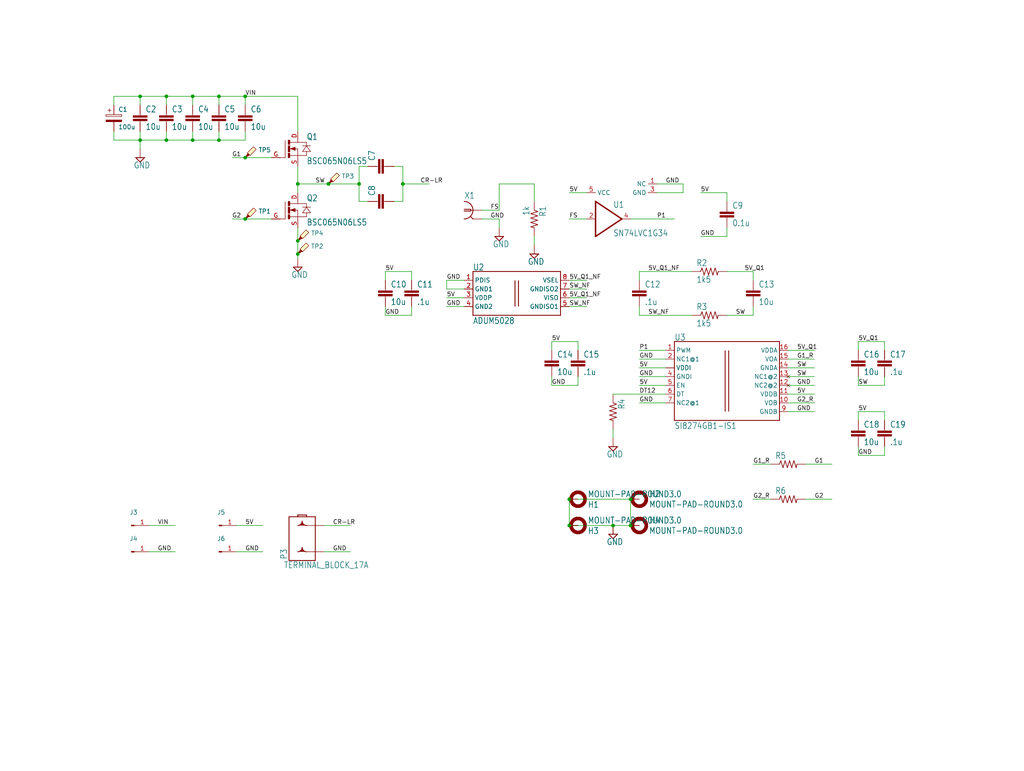
<source format=kicad_sch>
(kicad_sch (version 20231120) (generator "eeschema") (generator_version "8.0")
  (paper "User" 297.002 223.571)
  (lib_symbols
    (symbol "Connector:Conn_01x01_Pin" (pin_names (offset 1.016) hide)
      (property "Reference" "J" (at 0 2.54 0))
      (property "Value" "Conn_01x01_Pin" (at 0 -2.54 0))
      (symbol "Conn_01x01_Pin_1_1"
        (polyline (pts (xy 1.27 0) (xy 0.8636 0)) (stroke (width 0.1524)))
        (rectangle (start 0.8636 0.127) (end 0 -0.127) (stroke (width 0.1524)) (fill (type outline)))
        (pin passive line (at 5.08 0 180) (length 3.81) (name "Pin_1") (number "1"))
      )
    )
    (symbol "Connector:TestPoint_Probe" (pin_numbers hide) (pin_names (offset 0.762) hide)
      (property "Reference" "TP" (at 1.651 5.842 0))
      (property "Value" "TestPoint_Probe" (at 1.651 4.064 0))
      (symbol "TestPoint_Probe_0_1"
        (polyline (pts (xy 1.27 0.762) (xy 0 0) (xy 0.762 1.27) (xy 1.27 0.762)) (fill (type outline)))
        (polyline (pts (xy 1.397 0.635) (xy 0.635 1.397) (xy 2.413 3.175) (xy 3.175 2.413) (xy 1.397 0.635)) (fill (type background)))
      )
      (symbol "TestPoint_Probe_1_1"
        (pin passive line (at 0 0 90) (length 0) (name "1") (number "1"))
      )
    )
    (symbol "Device:C_Polarized" (pin_numbers hide) (pin_names (offset 0.254))
      (property "Reference" "C" (at 0.635 2.54 0))
      (property "Value" "C_Polarized" (at 0.635 -2.54 0))
      (symbol "C_Polarized_0_1"
        (rectangle (start -2.286 0.508) (end 2.286 1.016))
        (polyline (pts (xy -1.778 2.286) (xy -0.762 2.286)))
        (polyline (pts (xy -1.27 2.794) (xy -1.27 1.778)))
        (rectangle (start 2.286 -0.508) (end -2.286 -1.016) (fill (type outline)))
      )
      (symbol "C_Polarized_1_1"
        (pin passive line (at 0 3.81 270) (length 2.794) (name "~") (number "1"))
        (pin passive line (at 0 -3.81 90) (length 2.794) (name "~") (number "2"))
      )
    )
    (symbol "dickson_F19-eagle-import:SN74LVC1G34SOT23"
      (property "Reference" "U4" (at 0 8.255 0))
      (property "Value" "SN74LVC1G34" (at 0 0 0))
      (symbol "SN74LVC1G34SOT23_1_0"
        (polyline (pts (xy -5.08 0) (xy -5.08 10.16)) (stroke (width 0.4064)))
        (polyline (pts (xy -5.08 10.16) (xy 2.54 5.08)) (stroke (width 0.4064)))
        (polyline (pts (xy 2.54 5.08) (xy -5.08 0)) (stroke (width 0.4064)))
        (pin bidirectional line (at 12.7 15.24 180) (length 2.54) (name "NC") (number "1"))
        (pin input line (at -7.62 5.08 0) (length 2.54) (name "A") (number "2"))
        (pin bidirectional line (at 12.7 12.7 180) (length 2.54) (name "GND") (number "3"))
        (pin output line (at 5.08 5.08 180) (length 2.54) (name "Y") (number "4"))
        (pin bidirectional line (at -7.62 12.7 0) (length 2.54) (name "VCC") (number "5"))
      )
    )
    (symbol "seriesresonant_F19-eagle-import:ADUM5028"
      (property "Reference" "U" (at -12.7 5.334 0))
      (symbol "ADUM5028_1_0"
        (polyline (pts (xy -12.7 -7.62) (xy -12.7 5.08)) (stroke (width 0.254)))
        (polyline (pts (xy -12.7 5.08) (xy 12.7 5.08)) (stroke (width 0.254)))
        (polyline (pts (xy -0.508 2.413) (xy -0.508 -4.953)) (stroke (width 0.254)))
        (polyline (pts (xy 0.508 -4.953) (xy 0.508 2.413)) (stroke (width 0.254)))
        (polyline (pts (xy 12.7 -7.62) (xy -12.7 -7.62)) (stroke (width 0.254)))
        (polyline (pts (xy 12.7 5.08) (xy 12.7 -7.62)) (stroke (width 0.254)))
        (pin input line (at -15.24 2.54 0) (length 2.54) (name "PDIS") (number "1"))
        (pin input line (at -15.24 0 0) (length 2.54) (name "GND1") (number "2"))
        (pin input line (at -15.24 -2.54 0) (length 2.54) (name "VDDP") (number "3"))
        (pin input line (at -15.24 -5.08 0) (length 2.54) (name "GND2") (number "4"))
        (pin input line (at 15.24 -5.08 180) (length 2.54) (name "GNDISO1") (number "5"))
        (pin input line (at 15.24 -2.54 180) (length 2.54) (name "VISO") (number "6"))
        (pin input line (at 15.24 0 180) (length 2.54) (name "GNDISO2") (number "7"))
        (pin input line (at 15.24 2.54 180) (length 2.54) (name "VSEL") (number "8"))
      )
    )
    (symbol "seriesresonant_F19-eagle-import:BN35N61"
      (property "Reference" "X1" (at -2.54 3.302 0))
      (symbol "BN35N61_1_0"
        (arc (start -2.54 -2.54) (mid -0.011 0) (end -2.54 2.54) (stroke (width 0.254)))
        (polyline (pts (xy -2.54 0.254) (xy -0.762 0.254)) (stroke (width 0.254)))
        (polyline (pts (xy -0.762 -0.254) (xy -2.54 -0.254)) (stroke (width 0.254)))
        (polyline (pts (xy -0.762 0.254) (xy -0.508 0)) (stroke (width 0.254)))
        (polyline (pts (xy -0.508 0) (xy -0.762 -0.254)) (stroke (width 0.254)))
        (polyline (pts (xy 0 -2.54) (xy -0.762 -1.778)) (stroke (width 0.254)))
        (polyline (pts (xy 0 0) (xy -0.508 0)) (stroke (width 0.1524)))
        (pin passive line (at 2.54 0 180) (length 2.54) (name "1") (number "1"))
        (pin passive line (at 2.54 -2.54 180) (length 2.54) (name "2") (number "2"))
      )
    )
    (symbol "seriesresonant_F19-eagle-import:BSC065N06LS5"
      (property "Reference" "Q" (at 2.54 2.54 0))
      (symbol "BSC065N06LS5_1_0"
        (rectangle (start -2.794 -2.54) (end -2.286 -1.27) (fill (type outline)))
        (rectangle (start -2.794 -0.889) (end -2.286 0.889) (fill (type outline)))
        (rectangle (start -2.794 1.27) (end -2.286 2.54) (fill (type outline)))
        (polyline (pts (xy -3.6576 -2.54) (xy -5.08 -2.54)) (stroke (width 0.1524)))
        (polyline (pts (xy -3.6576 2.413) (xy -3.6576 -2.54)) (stroke (width 0.1524)))
        (polyline (pts (xy -2.286 -1.905) (xy 0 -1.905)) (stroke (width 0.1524)))
        (polyline (pts (xy -0.889 0) (xy 0 0)) (stroke (width 0.1524)))
        (polyline (pts (xy 0 -2.54) (xy 0 -1.905)) (stroke (width 0.1524)))
        (polyline (pts (xy 0 0) (xy 0 -1.905)) (stroke (width 0.1524)))
        (polyline (pts (xy 0 1.905) (xy -2.2606 1.905)) (stroke (width 0.1524)))
        (polyline (pts (xy 0 1.905) (xy 2.54 1.905)) (stroke (width 0.1524)))
        (polyline (pts (xy 0 2.54) (xy 0 1.905)) (stroke (width 0.1524)))
        (polyline (pts (xy 1.397 -0.762) (xy 2.54 -0.762)) (stroke (width 0.1524)))
        (polyline (pts (xy 1.397 0.889) (xy 2.54 0.889)) (stroke (width 0.1524)))
        (polyline (pts (xy 2.54 -1.905) (xy 0 -1.905)) (stroke (width 0.1524)))
        (polyline (pts (xy 2.54 -1.905) (xy 2.54 -0.762)) (stroke (width 0.1524)))
        (polyline (pts (xy 2.54 -0.762) (xy 3.683 -0.762)) (stroke (width 0.1524)))
        (polyline (pts (xy 2.54 0.889) (xy 1.397 -0.762)) (stroke (width 0.1524)))
        (polyline (pts (xy 2.54 0.889) (xy 3.683 0.889)) (stroke (width 0.1524)))
        (polyline (pts (xy 2.54 1.905) (xy 2.54 1.016)) (stroke (width 0.1524)))
        (polyline (pts (xy 3.683 -0.762) (xy 2.54 0.889)) (stroke (width 0.1524)))
        (polyline (pts (xy -2.286 0) (xy -0.762 0.508) (xy -0.762 -0.508)) (stroke (width 0.1524)) (fill (type outline)))
        (pin passive line (at 0 5.08 270) (length 2.54) (name "D") (number "D"))
        (pin passive line (at -7.62 -2.54 0) (length 2.54) (name "G") (number "G"))
        (pin passive line (at 0 -5.08 90) (length 2.54) (name "S") (number "S"))
      )
    )
    (symbol "seriesresonant_F19-eagle-import:CNP1206"
      (property "Reference" "C" (at 1.524 -2.159 0))
      (symbol "CNP1206_1_0"
        (rectangle (start -2.032 -4.572) (end 2.032 -4.064) (fill (type outline)))
        (rectangle (start -2.032 -3.556) (end 2.032 -3.048) (fill (type outline)))
        (polyline (pts (xy 0 -5.08) (xy 0 -4.572)) (stroke (width 0.1524)))
        (polyline (pts (xy 0 -2.54) (xy 0 -3.048)) (stroke (width 0.1524)))
        (pin passive line (at 0 0 270) (length 2.54) (name "1") (number "1"))
        (pin passive line (at 0 -7.62 90) (length 2.54) (name "2") (number "2"))
      )
    )
    (symbol "seriesresonant_F19-eagle-import:CNP1812"
      (property "Reference" "C" (at 1.524 -2.159 0))
      (symbol "CNP1812_1_0"
        (rectangle (start -2.032 -4.572) (end 2.032 -4.064) (fill (type outline)))
        (rectangle (start -2.032 -3.556) (end 2.032 -3.048) (fill (type outline)))
        (polyline (pts (xy 0 -5.08) (xy 0 -4.572)) (stroke (width 0.1524)))
        (polyline (pts (xy 0 -2.54) (xy 0 -3.048)) (stroke (width 0.1524)))
        (pin passive line (at 0 0 270) (length 2.54) (name "1") (number "1"))
        (pin passive line (at 0 -7.62 90) (length 2.54) (name "2") (number "2"))
      )
    )
    (symbol "seriesresonant_F19-eagle-import:GND" (power)
      (property "Value" "GND" (at -1.905 -3.175 0))
      (symbol "GND_1_0"
        (polyline (pts (xy -1.27 0) (xy 1.27 0)) (stroke (width 0.254)))
        (polyline (pts (xy 0 -1.27) (xy -1.27 0)) (stroke (width 0.254)))
        (polyline (pts (xy 1.27 0) (xy 0 -1.27)) (stroke (width 0.254)))
        (pin power_in line (at 0 2.54 270) (length 2.54) (name "GND") (number "1"))
      )
    )
    (symbol "seriesresonant_F19-eagle-import:MOUNT-PAD-ROUND3.0"
      (property "Reference" "H" (at 2.794 0.5842 0))
      (symbol "MOUNT-PAD-ROUND3.0_1_0"
        (arc (start -2.032 -0.254) (mid -1.448 -1.448) (end -0.254 -2.032) (stroke (width 1.016)))
        (arc (start -0.254 2.032) (mid -1.448 1.448) (end -2.032 0.254) (stroke (width 1.016)))
        (circle (center 0 0) (radius 1.524) (stroke (width 0.0508)))
        (arc (start 0.254 -2.032) (mid 1.448 -1.448) (end 2.032 -0.254) (stroke (width 1.016)))
        (arc (start 2.032 0.254) (mid 1.448 1.448) (end 0.254 2.032) (stroke (width 1.016)))
        (pin passive line (at -2.54 0 0) (length 2.54) (name "MOUNT") (number "B3,0"))
      )
    )
    (symbol "seriesresonant_F19-eagle-import:R-US_R0603"
      (property "Reference" "R" (at -3.81 1.4986 0))
      (symbol "R-US_R0603_1_0"
        (polyline (pts (xy -2.54 0) (xy -2.159 1.016)) (stroke (width 0.2032)))
        (polyline (pts (xy -2.159 1.016) (xy -1.524 -1.016)) (stroke (width 0.2032)))
        (polyline (pts (xy -1.524 -1.016) (xy -0.889 1.016)) (stroke (width 0.2032)))
        (polyline (pts (xy -0.889 1.016) (xy -0.254 -1.016)) (stroke (width 0.2032)))
        (polyline (pts (xy -0.254 -1.016) (xy 0.381 1.016)) (stroke (width 0.2032)))
        (polyline (pts (xy 0.381 1.016) (xy 1.016 -1.016)) (stroke (width 0.2032)))
        (polyline (pts (xy 1.016 -1.016) (xy 1.651 1.016)) (stroke (width 0.2032)))
        (polyline (pts (xy 1.651 1.016) (xy 2.286 -1.016)) (stroke (width 0.2032)))
        (polyline (pts (xy 2.286 -1.016) (xy 2.54 0)) (stroke (width 0.2032)))
        (pin passive line (at -5.08 0 0) (length 2.54) (name "1") (number "1"))
        (pin passive line (at 5.08 0 180) (length 2.54) (name "2") (number "2"))
      )
    )
    (symbol "seriesresonant_F19-eagle-import:R1206"
      (property "Reference" "R" (at -3.81 1.4986 0))
      (symbol "R1206_1_0"
        (polyline (pts (xy -2.54 0) (xy -2.159 1.016)) (stroke (width 0.2032)))
        (polyline (pts (xy -2.159 1.016) (xy -1.524 -1.016)) (stroke (width 0.2032)))
        (polyline (pts (xy -1.524 -1.016) (xy -0.889 1.016)) (stroke (width 0.2032)))
        (polyline (pts (xy -0.889 1.016) (xy -0.254 -1.016)) (stroke (width 0.2032)))
        (polyline (pts (xy -0.254 -1.016) (xy 0.381 1.016)) (stroke (width 0.2032)))
        (polyline (pts (xy 0.381 1.016) (xy 1.016 -1.016)) (stroke (width 0.2032)))
        (polyline (pts (xy 1.016 -1.016) (xy 1.651 1.016)) (stroke (width 0.2032)))
        (polyline (pts (xy 1.651 1.016) (xy 2.286 -1.016)) (stroke (width 0.2032)))
        (polyline (pts (xy 2.286 -1.016) (xy 2.54 0)) (stroke (width 0.2032)))
        (pin passive line (at -5.08 0 0) (length 2.54) (name "1") (number "1"))
        (pin passive line (at 5.08 0 180) (length 2.54) (name "2") (number "2"))
      )
    )
    (symbol "seriesresonant_F19-eagle-import:SI8274GB1-IS1"
      (property "Reference" "U" (at -15.24 12.954 0))
      (symbol "SI8274GB1-IS1_1_0"
        (polyline (pts (xy -15.24 -10.16) (xy -15.24 12.7)) (stroke (width 0.254)))
        (polyline (pts (xy -15.24 12.7) (xy 15.24 12.7)) (stroke (width 0.254)))
        (polyline (pts (xy -0.508 10.033) (xy -0.508 -7.493)) (stroke (width 0.254)))
        (polyline (pts (xy 0.508 -7.493) (xy 0.508 10.033)) (stroke (width 0.254)))
        (polyline (pts (xy 15.24 -10.16) (xy -15.24 -10.16)) (stroke (width 0.254)))
        (polyline (pts (xy 15.24 12.7) (xy 15.24 -10.16)) (stroke (width 0.254)))
        (pin input line (at -17.78 10.16 0) (length 2.54) (name "PWM") (number "1"))
        (pin tri_state line (at 17.78 -5.08 180) (length 2.54) (name "VOB") (number "10"))
        (pin input line (at 17.78 -2.54 180) (length 2.54) (name "VDDB") (number "11"))
        (pin no_connect line (at 17.78 0 180) (length 2.54) (name "NC2@2") (number "12"))
        (pin no_connect line (at 17.78 2.54 180) (length 2.54) (name "NC1@2") (number "13"))
        (pin input line (at 17.78 5.08 180) (length 2.54) (name "GNDA") (number "14"))
        (pin tri_state line (at 17.78 7.62 180) (length 2.54) (name "VOA") (number "15"))
        (pin input line (at 17.78 10.16 180) (length 2.54) (name "VDDA") (number "16"))
        (pin input line (at -17.78 7.62 0) (length 2.54) (name "NC1@1") (number "2"))
        (pin input line (at -17.78 5.08 0) (length 2.54) (name "VDDI") (number "3"))
        (pin input line (at -17.78 2.54 0) (length 2.54) (name "GNDI") (number "4"))
        (pin input line (at -17.78 0 0) (length 2.54) (name "EN") (number "5"))
        (pin input line (at -17.78 -2.54 0) (length 2.54) (name "DT") (number "6"))
        (pin input line (at -17.78 -5.08 0) (length 2.54) (name "NC2@1") (number "7"))
        (pin input line (at -17.78 5.08 0) (length 2.54) (name "VDDI") (number "8"))
        (pin input line (at 17.78 -7.62 180) (length 2.54) (name "GNDB") (number "9"))
      )
    )
    (symbol "seriesresonant_F19-eagle-import:TERMINAL_BLOCK_17A"
      (property "Reference" "P" (at -10.668 -9.906 90))
      (symbol "TERMINAL_BLOCK_17A_1_0"
        (polyline (pts (xy -10.16 -10.16) (xy -10.16 2.54)) (stroke (width 0.254)))
        (polyline (pts (xy -10.16 2.54) (xy -7.62 2.54)) (stroke (width 0.254)))
        (polyline (pts (xy -7.62 2.54) (xy -7.62 3.048)) (stroke (width 0.254)))
        (polyline (pts (xy -7.62 2.54) (xy -5.08 2.54)) (stroke (width 0.254)))
        (polyline (pts (xy -7.62 3.048) (xy -5.08 3.048)) (stroke (width 0.254)))
        (polyline (pts (xy -5.08 2.54) (xy -2.54 2.54)) (stroke (width 0.254)))
        (polyline (pts (xy -5.08 3.048) (xy -5.08 2.54)) (stroke (width 0.254)))
        (polyline (pts (xy -2.54 -10.16) (xy -10.16 -10.16)) (stroke (width 0.254)))
        (polyline (pts (xy -2.54 2.54) (xy -2.54 -10.16)) (stroke (width 0.254)))
        (polyline (pts (xy -7.62 -7.62) (xy -7.4535 -7.6146) (xy -7.1319 -7.5284) (xy -6.8436 -7.3619) (xy -6.6081 -7.1264) (xy -6.4416 -6.8381) (xy -6.3554 -6.5165) (xy -6.35 -6.35) (xy -6.3446 -6.5165) (xy -6.2584 -6.8381) (xy -6.0919 -7.1264) (xy -5.8564 -7.3619) (xy -5.5681 -7.5284) (xy -5.2465 -7.6146) (xy -5.08 -7.62)) (stroke (width 0.254)) (fill (type outline)))
        (polyline (pts (xy -7.62 0) (xy -7.4535 0.0054) (xy -7.1319 0.0916) (xy -6.8436 0.2581) (xy -6.6081 0.4936) (xy -6.4416 0.7819) (xy -6.3554 1.1035) (xy -6.35 1.27) (xy -6.3446 1.1035) (xy -6.2584 0.7819) (xy -6.0919 0.4936) (xy -5.8564 0.2581) (xy -5.5681 0.0916) (xy -5.2465 0.0054) (xy -5.08 0)) (stroke (width 0.254)) (fill (type outline)))
        (pin passive line (at 0 0 180) (length 5.08) (name "1") (number "1"))
        (pin passive line (at 0 -7.62 180) (length 5.08) (name "2") (number "2"))
      )
    )
  )
  (junction (at 165.1 144.78))
  (junction (at 86.36 73.66))
  (junction (at 182.88 152.4))
  (junction (at 86.36 69.85))
  (junction (at 55.88 27.94))
  (junction (at 48.26 40.64))
  (junction (at 71.12 63.5))
  (junction (at 165.1 152.4))
  (junction (at 40.64 40.64))
  (junction (at 182.88 144.78))
  (junction (at 104.14 53.34))
  (junction (at 71.12 27.94))
  (junction (at 71.12 45.72))
  (junction (at 116.84 53.34))
  (junction (at 177.8 152.4))
  (junction (at 63.5 40.64))
  (junction (at 55.88 40.64))
  (junction (at 40.64 27.94))
  (junction (at 63.5 27.94))
  (junction (at 95.25 53.34))
  (junction (at 86.36 53.34))
  (junction (at 48.26 27.94))
  (wire (pts (xy 182.88 144.78) (xy 182.88 152.4)) (stroke (width 0.1524)))
  (wire (pts (xy 165.1 152.4) (xy 177.8 152.4)) (stroke (width 0.1524)))
  (wire (pts (xy 63.5 27.94) (xy 71.12 27.94)) (stroke (width 0.1524)))
  (wire (pts (xy 182.88 144.78) (xy 165.1 144.78)) (stroke (width 0.1524)))
  (wire (pts (xy 111.76 88.9) (xy 111.76 91.44)) (stroke (width 0.1524)))
  (wire (pts (xy 228.6 111.76) (xy 236.22 111.76)) (stroke (width 0.1524)))
  (wire (pts (xy 86.36 55.88) (xy 86.36 53.34)) (stroke (width 0.1524)))
  (wire (pts (xy 71.12 63.5) (xy 78.74 63.5)) (stroke (width 0.1524)))
  (wire (pts (xy 55.88 40.64) (xy 48.26 40.64)) (stroke (width 0.1524)))
  (wire (pts (xy 71.12 63.5) (xy 67.31 63.5)) (stroke (width 0.1524)))
  (wire (pts (xy 134.62 86.36) (xy 129.54 86.36)) (stroke (width 0.1524)))
  (wire (pts (xy 190.5 53.34) (xy 198.12 53.34)) (stroke (width 0.1524)))
  (wire (pts (xy 233.68 134.62) (xy 241.3 134.62)) (stroke (width 0.1524)))
  (wire (pts (xy 86.36 69.85) (xy 86.36 66.04)) (stroke (width 0.1524)))
  (wire (pts (xy 86.36 73.66) (xy 86.36 69.85)) (stroke (width 0.1524)))
  (wire (pts (xy 193.04 104.14) (xy 185.42 104.14)) (stroke (width 0.1524)))
  (wire (pts (xy 160.02 111.76) (xy 167.64 111.76)) (stroke (width 0.1524)))
  (wire (pts (xy 116.84 48.26) (xy 116.84 53.34)) (stroke (width 0.1524)))
  (wire (pts (xy 43.18 152.4) (xy 50.8 152.4)) (stroke (width 0.1524)))
  (wire (pts (xy 93.98 152.4) (xy 101.6 152.4)) (stroke (width 0.1524)))
  (wire (pts (xy 193.04 101.6) (xy 185.42 101.6)) (stroke (width 0.1524)))
  (wire (pts (xy 160.02 101.6) (xy 160.02 99.06)) (stroke (width 0.1524)))
  (wire (pts (xy 198.12 53.34) (xy 198.12 55.88)) (stroke (width 0.1524)))
  (wire (pts (xy 256.54 119.38) (xy 256.54 121.92)) (stroke (width 0.1524)))
  (wire (pts (xy 228.6 109.22) (xy 236.22 109.22)) (stroke (width 0.1524)))
  (wire (pts (xy 86.36 38.1) (xy 86.36 27.94)) (stroke (width 0.1524)))
  (wire (pts (xy 248.92 109.22) (xy 248.92 111.76)) (stroke (width 0.1524)))
  (wire (pts (xy 228.6 116.84) (xy 236.22 116.84)) (stroke (width 0.1524)))
  (wire (pts (xy 71.12 38.1) (xy 71.12 40.64)) (stroke (width 0.1524)))
  (wire (pts (xy 248.92 132.08) (xy 256.54 132.08)) (stroke (width 0.1524)))
  (wire (pts (xy 139.7 60.96) (xy 144.78 60.96)) (stroke (width 0.1524)))
  (wire (pts (xy 256.54 111.76) (xy 256.54 109.22)) (stroke (width 0.1524)))
  (wire (pts (xy 86.36 74.93) (xy 86.36 73.66)) (stroke (width 0.1524)))
  (wire (pts (xy 134.62 81.28) (xy 129.54 81.28)) (stroke (width 0.1524)))
  (wire (pts (xy 43.18 160.02) (xy 50.8 160.02)) (stroke (width 0.1524)))
  (wire (pts (xy 248.92 99.06) (xy 256.54 99.06)) (stroke (width 0.1524)))
  (wire (pts (xy 40.64 38.1) (xy 40.64 40.64)) (stroke (width 0.1524)))
  (wire (pts (xy 40.64 27.94) (xy 48.26 27.94)) (stroke (width 0.1524)))
  (wire (pts (xy 104.14 53.34) (xy 95.25 53.34)) (stroke (width 0.1524)))
  (wire (pts (xy 165.1 81.28) (xy 170.18 81.28)) (stroke (width 0.1524)))
  (wire (pts (xy 248.92 119.38) (xy 256.54 119.38)) (stroke (width 0.1524)))
  (wire (pts (xy 233.68 144.78) (xy 241.3 144.78)) (stroke (width 0.1524)))
  (wire (pts (xy 144.78 66.04) (xy 144.78 63.5)) (stroke (width 0.1524)))
  (wire (pts (xy 167.64 99.06) (xy 167.64 101.6)) (stroke (width 0.1524)))
  (wire (pts (xy 139.7 63.5) (xy 144.78 63.5)) (stroke (width 0.1524)))
  (wire (pts (xy 210.82 55.88) (xy 210.82 58.42)) (stroke (width 0.1524)))
  (wire (pts (xy 48.26 30.48) (xy 48.26 27.94)) (stroke (width 0.1524)))
  (wire (pts (xy 154.94 53.34) (xy 144.78 53.34)) (stroke (width 0.1524)))
  (wire (pts (xy 71.12 40.64) (xy 63.5 40.64)) (stroke (width 0.1524)))
  (wire (pts (xy 218.44 78.74) (xy 218.44 81.28)) (stroke (width 0.1524)))
  (wire (pts (xy 154.94 58.42) (xy 154.94 53.34)) (stroke (width 0.1524)))
  (wire (pts (xy 182.88 63.5) (xy 195.58 63.5)) (stroke (width 0.1524)))
  (wire (pts (xy 93.98 160.02) (xy 101.6 160.02)) (stroke (width 0.1524)))
  (wire (pts (xy 129.54 83.82) (xy 134.62 83.82)) (stroke (width 0.1524)))
  (wire (pts (xy 111.76 91.44) (xy 119.38 91.44)) (stroke (width 0.1524)))
  (wire (pts (xy 203.2 55.88) (xy 210.82 55.88)) (stroke (width 0.1524)))
  (wire (pts (xy 185.42 88.9) (xy 185.42 91.44)) (stroke (width 0.1524)))
  (wire (pts (xy 95.25 53.34) (xy 86.36 53.34)) (stroke (width 0.1524)))
  (wire (pts (xy 33.02 38.1) (xy 33.02 40.64)) (stroke (width 0.1524)))
  (wire (pts (xy 228.6 106.68) (xy 236.22 106.68)) (stroke (width 0.1524)))
  (wire (pts (xy 68.58 152.4) (xy 76.2 152.4)) (stroke (width 0.1524)))
  (wire (pts (xy 63.5 38.1) (xy 63.5 40.64)) (stroke (width 0.1524)))
  (wire (pts (xy 129.54 81.28) (xy 129.54 83.82)) (stroke (width 0.1524)))
  (wire (pts (xy 256.54 99.06) (xy 256.54 101.6)) (stroke (width 0.1524)))
  (wire (pts (xy 223.52 134.62) (xy 218.44 134.62)) (stroke (width 0.1524)))
  (wire (pts (xy 248.92 129.54) (xy 248.92 132.08)) (stroke (width 0.1524)))
  (wire (pts (xy 228.6 101.6) (xy 236.22 101.6)) (stroke (width 0.1524)))
  (wire (pts (xy 104.14 53.34) (xy 104.14 58.42)) (stroke (width 0.1524)))
  (wire (pts (xy 55.88 27.94) (xy 63.5 27.94)) (stroke (width 0.1524)))
  (wire (pts (xy 193.04 109.22) (xy 185.42 109.22)) (stroke (width 0.1524)))
  (wire (pts (xy 106.68 48.26) (xy 104.14 48.26)) (stroke (width 0.1524)))
  (wire (pts (xy 33.02 27.94) (xy 33.02 30.48)) (stroke (width 0.1524)))
  (wire (pts (xy 185.42 78.74) (xy 200.66 78.74)) (stroke (width 0.1524)))
  (wire (pts (xy 177.8 152.4) (xy 182.88 152.4)) (stroke (width 0.1524)))
  (wire (pts (xy 63.5 40.64) (xy 55.88 40.64)) (stroke (width 0.1524)))
  (wire (pts (xy 185.42 91.44) (xy 200.66 91.44)) (stroke (width 0.1524)))
  (wire (pts (xy 33.02 40.64) (xy 40.64 40.64)) (stroke (width 0.1524)))
  (wire (pts (xy 193.04 111.76) (xy 185.42 111.76)) (stroke (width 0.1524)))
  (wire (pts (xy 111.76 78.74) (xy 119.38 78.74)) (stroke (width 0.1524)))
  (wire (pts (xy 55.88 30.48) (xy 55.88 27.94)) (stroke (width 0.1524)))
  (wire (pts (xy 223.52 144.78) (xy 218.44 144.78)) (stroke (width 0.1524)))
  (wire (pts (xy 63.5 30.48) (xy 63.5 27.94)) (stroke (width 0.1524)))
  (wire (pts (xy 33.02 27.94) (xy 40.64 27.94)) (stroke (width 0.1524)))
  (wire (pts (xy 210.82 68.58) (xy 210.82 66.04)) (stroke (width 0.1524)))
  (wire (pts (xy 111.76 81.28) (xy 111.76 78.74)) (stroke (width 0.1524)))
  (wire (pts (xy 218.44 91.44) (xy 218.44 88.9)) (stroke (width 0.1524)))
  (wire (pts (xy 116.84 53.34) (xy 124.46 53.34)) (stroke (width 0.1524)))
  (wire (pts (xy 185.42 81.28) (xy 185.42 78.74)) (stroke (width 0.1524)))
  (wire (pts (xy 165.1 83.82) (xy 170.18 83.82)) (stroke (width 0.1524)))
  (wire (pts (xy 165.1 86.36) (xy 170.18 86.36)) (stroke (width 0.1524)))
  (wire (pts (xy 48.26 27.94) (xy 55.88 27.94)) (stroke (width 0.1524)))
  (wire (pts (xy 228.6 114.3) (xy 236.22 114.3)) (stroke (width 0.1524)))
  (wire (pts (xy 71.12 27.94) (xy 86.36 27.94)) (stroke (width 0.1524)))
  (wire (pts (xy 116.84 58.42) (xy 114.3 58.42)) (stroke (width 0.1524)))
  (wire (pts (xy 193.04 106.68) (xy 185.42 106.68)) (stroke (width 0.1524)))
  (wire (pts (xy 160.02 109.22) (xy 160.02 111.76)) (stroke (width 0.1524)))
  (wire (pts (xy 48.26 40.64) (xy 40.64 40.64)) (stroke (width 0.1524)))
  (wire (pts (xy 248.92 111.76) (xy 256.54 111.76)) (stroke (width 0.1524)))
  (wire (pts (xy 165.1 152.4) (xy 165.1 144.78)) (stroke (width 0.1524)))
  (wire (pts (xy 71.12 45.72) (xy 67.31 45.72)) (stroke (width 0.1524)))
  (wire (pts (xy 114.3 48.26) (xy 116.84 48.26)) (stroke (width 0.1524)))
  (wire (pts (xy 248.92 121.92) (xy 248.92 119.38)) (stroke (width 0.1524)))
  (wire (pts (xy 71.12 45.72) (xy 78.74 45.72)) (stroke (width 0.1524)))
  (wire (pts (xy 116.84 53.34) (xy 116.84 58.42)) (stroke (width 0.1524)))
  (wire (pts (xy 228.6 119.38) (xy 236.22 119.38)) (stroke (width 0.1524)))
  (wire (pts (xy 86.36 53.34) (xy 86.36 48.26)) (stroke (width 0.1524)))
  (wire (pts (xy 165.1 88.9) (xy 170.18 88.9)) (stroke (width 0.1524)))
  (wire (pts (xy 210.82 78.74) (xy 218.44 78.74)) (stroke (width 0.1524)))
  (wire (pts (xy 144.78 53.34) (xy 144.78 60.96)) (stroke (width 0.1524)))
  (wire (pts (xy 170.18 55.88) (xy 165.1 55.88)) (stroke (width 0.1524)))
  (wire (pts (xy 104.14 48.26) (xy 104.14 53.34)) (stroke (width 0.1524)))
  (wire (pts (xy 71.12 30.48) (xy 71.12 27.94)) (stroke (width 0.1524)))
  (wire (pts (xy 40.64 30.48) (xy 40.64 27.94)) (stroke (width 0.1524)))
  (wire (pts (xy 55.88 38.1) (xy 55.88 40.64)) (stroke (width 0.1524)))
  (wire (pts (xy 134.62 88.9) (xy 129.54 88.9)) (stroke (width 0.1524)))
  (wire (pts (xy 167.64 111.76) (xy 167.64 109.22)) (stroke (width 0.1524)))
  (wire (pts (xy 177.8 124.46) (xy 177.8 127)) (stroke (width 0.1524)))
  (wire (pts (xy 256.54 132.08) (xy 256.54 129.54)) (stroke (width 0.1524)))
  (wire (pts (xy 48.26 38.1) (xy 48.26 40.64)) (stroke (width 0.1524)))
  (wire (pts (xy 119.38 78.74) (xy 119.38 81.28)) (stroke (width 0.1524)))
  (wire (pts (xy 119.38 91.44) (xy 119.38 88.9)) (stroke (width 0.1524)))
  (wire (pts (xy 68.58 160.02) (xy 76.2 160.02)) (stroke (width 0.1524)))
  (wire (pts (xy 170.18 63.5) (xy 165.1 63.5)) (stroke (width 0.1524)))
  (wire (pts (xy 104.14 58.42) (xy 106.68 58.42)) (stroke (width 0.1524)))
  (wire (pts (xy 177.8 114.3) (xy 193.04 114.3)) (stroke (width 0.1524)))
  (wire (pts (xy 228.6 104.14) (xy 236.22 104.14)) (stroke (width 0.1524)))
  (wire (pts (xy 198.12 55.88) (xy 190.5 55.88)) (stroke (width 0.1524)))
  (wire (pts (xy 154.94 68.58) (xy 154.94 71.12)) (stroke (width 0.1524)))
  (wire (pts (xy 248.92 101.6) (xy 248.92 99.06)) (stroke (width 0.1524)))
  (wire (pts (xy 210.82 91.44) (xy 218.44 91.44)) (stroke (width 0.1524)))
  (wire (pts (xy 193.04 116.84) (xy 185.42 116.84)) (stroke (width 0.1524)))
  (wire (pts (xy 160.02 99.06) (xy 167.64 99.06)) (stroke (width 0.1524)))
  (wire (pts (xy 203.2 68.58) (xy 210.82 68.58)) (stroke (width 0.1524)))
  (wire (pts (xy 40.64 40.64) (xy 40.64 43.18)) (stroke (width 0.1524)))
  (label "G2_R" (at 218.44 144.78 0) (effects (font (size 1.2446 1.2446))))
  (label "5V" (at 231.14 114.3 0) (effects (font (size 1.2446 1.2446))))
  (label "SW_NF" (at 165.1 88.9 0) (effects (font (size 1.2446 1.2446))))
  (label "GND" (at 248.92 132.08 0) (effects (font (size 1.2446 1.2446))))
  (label "5V" (at 203.2 55.88 0) (effects (font (size 1.2446 1.2446))))
  (label "5V" (at 185.42 111.76 0) (effects (font (size 1.2446 1.2446))))
  (label "SW_NF" (at 165.1 83.82 0) (effects (font (size 1.2446 1.2446))))
  (label "GND" (at 111.76 91.44 0) (effects (font (size 1.2446 1.2446))))
  (label "GND" (at 231.14 119.38 0) (effects (font (size 1.2446 1.2446))))
  (label "5V_Q1_NF" (at 165.1 81.28 0) (effects (font (size 1.2446 1.2446))))
  (label "5V" (at 71.12 152.4 0) (effects (font (size 1.2446 1.2446))))
  (label "G1" (at 236.22 134.62 0) (effects (font (size 1.2446 1.2446))))
  (label "CR-LR" (at 121.92 53.34 0) (effects (font (size 1.2446 1.2446))))
  (label "VIN" (at 71.12 27.94 0) (effects (font (size 1.2446 1.2446))))
  (label "5V" (at 111.76 78.74 0) (effects (font (size 1.2446 1.2446))))
  (label "5V_Q1" (at 248.92 99.06 0) (effects (font (size 1.2446 1.2446))))
  (label "GND" (at 203.2 68.58 0) (effects (font (size 1.2446 1.2446))))
  (label "5V" (at 129.54 86.36 0) (effects (font (size 1.2446 1.2446))))
  (label "GND" (at 96.52 160.02 0) (effects (font (size 1.2446 1.2446))))
  (label "G2" (at 67.31 63.5 0) (effects (font (size 1.2446 1.2446))))
  (label "G1_R" (at 231.14 104.14 0) (effects (font (size 1.2446 1.2446))))
  (label "GND" (at 160.02 111.76 0) (effects (font (size 1.2446 1.2446))))
  (label "5V_Q1_NF" (at 165.1 86.36 0) (effects (font (size 1.2446 1.2446))))
  (label "FS" (at 142.24 60.96 0) (effects (font (size 1.2446 1.2446))))
  (label "GND" (at 129.54 81.28 0) (effects (font (size 1.2446 1.2446))))
  (label "GND" (at 185.42 109.22 0) (effects (font (size 1.2446 1.2446))))
  (label "CR-LR" (at 96.52 152.4 0) (effects (font (size 1.2446 1.2446))))
  (label "5V_Q1" (at 231.14 101.6 0) (effects (font (size 1.2446 1.2446))))
  (label "SW" (at 213.36 91.44 0) (effects (font (size 1.2446 1.2446))))
  (label "GND" (at 142.24 63.5 0) (effects (font (size 1.2446 1.2446))))
  (label "GND" (at 193.04 53.34 0) (effects (font (size 1.2446 1.2446))))
  (label "G2_R" (at 231.14 116.84 0) (effects (font (size 1.2446 1.2446))))
  (label "5V" (at 160.02 99.06 0) (effects (font (size 1.2446 1.2446))))
  (label "SW" (at 231.14 109.22 0) (effects (font (size 1.2446 1.2446))))
  (label "GND" (at 71.12 160.02 0) (effects (font (size 1.2446 1.2446))))
  (label "SW_NF" (at 187.96 91.44 0) (effects (font (size 1.2446 1.2446))))
  (label "G2" (at 236.22 144.78 0) (effects (font (size 1.2446 1.2446))))
  (label "5V" (at 248.92 119.38 0) (effects (font (size 1.2446 1.2446))))
  (label "5V_Q1_NF" (at 187.96 78.74 0) (effects (font (size 1.2446 1.2446))))
  (label "G1_R" (at 218.44 134.62 0) (effects (font (size 1.2446 1.2446))))
  (label "P1" (at 190.5 63.5 0) (effects (font (size 1.2446 1.2446))))
  (label "G1" (at 67.31 45.72 0) (effects (font (size 1.2446 1.2446))))
  (label "SW" (at 231.14 106.68 0) (effects (font (size 1.2446 1.2446))))
  (label "GND" (at 231.14 111.76 0) (effects (font (size 1.2446 1.2446))))
  (label "GND" (at 129.54 88.9 0) (effects (font (size 1.2446 1.2446))))
  (label "DT12" (at 185.42 114.3 0) (effects (font (size 1.2446 1.2446))))
  (label "5V" (at 185.42 106.68 0) (effects (font (size 1.2446 1.2446))))
  (label "P1" (at 185.42 101.6 0) (effects (font (size 1.2446 1.2446))))
  (label "GND" (at 185.42 116.84 0) (effects (font (size 1.2446 1.2446))))
  (label "SW" (at 91.44 53.34 0) (effects (font (size 1.2446 1.2446))))
  (label "GND" (at 45.72 160.02 0) (effects (font (size 1.2446 1.2446))))
  (label "FS" (at 165.1 63.5 0) (effects (font (size 1.2446 1.2446))))
  (label "VIN" (at 45.72 152.4 0) (effects (font (size 1.2446 1.2446))))
  (label "5V_Q1" (at 215.9 78.74 0) (effects (font (size 1.2446 1.2446))))
  (label "5V" (at 165.1 55.88 0) (effects (font (size 1.2446 1.2446))))
  (label "SW" (at 248.92 111.76 0) (effects (font (size 1.2446 1.2446))))
  (label "GND" (at 185.42 104.14 0) (effects (font (size 1.2446 1.2446))))
  (symbol (lib_id "seriesresonant_F19-eagle-import:CNP1206") (at 256.54 121.92 0) (unit 1)
    (property "Reference" "C19" (at 258.064 124.079 0) (effects (font (size 1.778 1.5113)) (justify left bottom)))
    (property "Value" ".1u" (at 258.064 129.159 0) (effects (font (size 1.778 1.5113)) (justify left bottom)))
    (property "Footprint" "seriesresonant_F19:C1206" (effects (hide yes)))
  )
  (symbol (lib_id "seriesresonant_F19-eagle-import:GND") (at 40.64 45.72 0) (unit 1)
    (property "Reference" "#SUPPLY01" (effects (hide yes)))
    (property "Value" "GND" (at 38.735 48.895 0) (effects (font (size 1.778 1.5113)) (justify left bottom)))
  )
  (symbol (lib_id "seriesresonant_F19-eagle-import:R-US_R0603") (at 205.74 91.44 0) (unit 1)
    (property "Reference" "R3" (at 201.93 89.9414 0) (effects (font (size 1.778 1.5113)) (justify left bottom)))
    (property "Value" "1k5" (at 201.93 94.742 0) (effects (font (size 1.778 1.5113)) (justify left bottom)))
    (property "Footprint" "seriesresonant_F19:R0603" (effects (hide yes)))
  )
  (symbol (lib_id "seriesresonant_F19-eagle-import:CNP1206") (at 55.88 30.48 0) (unit 1)
    (property "Reference" "C4" (at 57.404 32.639 0) (effects (font (size 1.778 1.5113)) (justify left bottom)))
    (property "Value" "10u" (at 57.404 37.719 0) (effects (font (size 1.778 1.5113)) (justify left bottom)))
    (property "Footprint" "seriesresonant_F19:C1206" (effects (hide yes)))
  )
  (symbol (lib_id "Connector:Conn_01x01_Pin") (at 38.1 160.02 0) (unit 1)
    (property "Reference" "J4" (at 38.735 156.21 0))
    (property "Value" "Conn_01x01_Pin" (effects (hide yes)))
    (property "Footprint" "seriesresonant_F19:DELTRON_571-0500_0" (effects (hide yes)))
  )
  (symbol (lib_id "seriesresonant_F19-eagle-import:CNP1206") (at 167.64 101.6 0) (unit 1)
    (property "Reference" "C15" (at 169.164 103.759 0) (effects (font (size 1.778 1.5113)) (justify left bottom)))
    (property "Value" ".1u" (at 169.164 108.839 0) (effects (font (size 1.778 1.5113)) (justify left bottom)))
    (property "Footprint" "seriesresonant_F19:C1206" (effects (hide yes)))
  )
  (symbol (lib_id "seriesresonant_F19-eagle-import:TERMINAL_BLOCK_17A") (at 93.98 152.4 0) (unit 1)
    (property "Reference" "P3" (at 83.312 162.306 90) (effects (font (size 1.778 1.5113)) (justify left bottom)))
    (property "Value" "TERMINAL_BLOCK_17A" (at 82.296 164.846 0) (effects (font (size 1.778 1.5113)) (justify left bottom)))
    (property "Footprint" "seriesresonant_F19:TERMINAL_BLOCK_17A" (effects (hide yes)))
  )
  (symbol (lib_id "seriesresonant_F19-eagle-import:BSC065N06LS5") (at 86.36 43.18 0) (unit 1)
    (property "Reference" "Q1" (at 88.9 40.64 0) (effects (font (size 1.778 1.5113)) (justify left bottom)))
    (property "Value" "BSC065N06LS5" (at 88.9 45.72 0) (effects (font (size 1.778 1.5113)) (justify left top)))
    (property "Footprint" "seriesresonant_F19:TDSON-8" (effects (hide yes)))
  )
  (symbol (lib_id "seriesresonant_F19-eagle-import:GND") (at 177.8 154.94 0) (unit 1)
    (property "Reference" "#SUPPLY06" (effects (hide yes)))
    (property "Value" "GND" (at 175.895 158.115 0) (effects (font (size 1.778 1.5113)) (justify left bottom)))
  )
  (symbol (lib_id "Connector:TestPoint_Probe") (at 71.12 45.72 0) (unit 1)
    (property "Reference" "TP5" (at 74.93 43.4975 0) (effects (justify left)))
    (property "Value" "TestPoint_Probe" (effects (hide yes)))
    (property "Footprint" "TestPoint:TestPoint_Keystone_5005-5009_Compact" (effects (hide yes)))
  )
  (symbol (lib_id "Connector:TestPoint_Probe") (at 86.36 73.66 0) (unit 1)
    (property "Reference" "TP2" (at 90.17 71.4375 0) (effects (justify left)))
    (property "Value" "TestPoint_Probe" (effects (hide yes)))
    (property "Footprint" "TestPoint:TestPoint_Keystone_5005-5009_Compact" (effects (hide yes)))
  )
  (symbol (lib_id "seriesresonant_F19-eagle-import:CNP1206") (at 248.92 121.92 0) (unit 1)
    (property "Reference" "C18" (at 250.444 124.079 0) (effects (font (size 1.778 1.5113)) (justify left bottom)))
    (property "Value" "10u" (at 250.444 129.159 0) (effects (font (size 1.778 1.5113)) (justify left bottom)))
    (property "Footprint" "seriesresonant_F19:C1206" (effects (hide yes)))
  )
  (symbol (lib_id "seriesresonant_F19-eagle-import:CNP1206") (at 218.44 81.28 0) (unit 1)
    (property "Reference" "C13" (at 219.964 83.439 0) (effects (font (size 1.778 1.5113)) (justify left bottom)))
    (property "Value" "10u" (at 219.964 88.519 0) (effects (font (size 1.778 1.5113)) (justify left bottom)))
    (property "Footprint" "seriesresonant_F19:C1206" (effects (hide yes)))
  )
  (symbol (lib_id "seriesresonant_F19-eagle-import:CNP1206") (at 256.54 101.6 0) (unit 1)
    (property "Reference" "C17" (at 258.064 103.759 0) (effects (font (size 1.778 1.5113)) (justify left bottom)))
    (property "Value" ".1u" (at 258.064 108.839 0) (effects (font (size 1.778 1.5113)) (justify left bottom)))
    (property "Footprint" "seriesresonant_F19:C1206" (effects (hide yes)))
  )
  (symbol (lib_id "seriesresonant_F19-eagle-import:CNP1206") (at 248.92 101.6 0) (unit 1)
    (property "Reference" "C16" (at 250.444 103.759 0) (effects (font (size 1.778 1.5113)) (justify left bottom)))
    (property "Value" "10u" (at 250.444 108.839 0) (effects (font (size 1.778 1.5113)) (justify left bottom)))
    (property "Footprint" "seriesresonant_F19:C1206" (effects (hide yes)))
  )
  (symbol (lib_id "seriesresonant_F19-eagle-import:CNP1206") (at 71.12 30.48 0) (unit 1)
    (property "Reference" "C6" (at 72.644 32.639 0) (effects (font (size 1.778 1.5113)) (justify left bottom)))
    (property "Value" "10u" (at 72.644 37.719 0) (effects (font (size 1.778 1.5113)) (justify left bottom)))
    (property "Footprint" "seriesresonant_F19:C1206" (effects (hide yes)))
  )
  (symbol (lib_id "seriesresonant_F19-eagle-import:CNP1206") (at 111.76 81.28 0) (unit 1)
    (property "Reference" "C10" (at 113.284 83.439 0) (effects (font (size 1.778 1.5113)) (justify left bottom)))
    (property "Value" "10u" (at 113.284 88.519 0) (effects (font (size 1.778 1.5113)) (justify left bottom)))
    (property "Footprint" "seriesresonant_F19:C1206" (effects (hide yes)))
  )
  (symbol (lib_id "seriesresonant_F19-eagle-import:MOUNT-PAD-ROUND3.0") (at 167.64 144.78 0) (mirror x) (unit 1)
    (property "Reference" "H1" (at 170.434 145.3642 0) (effects (font (size 1.778 1.5113)) (justify left bottom)))
    (property "Value" "MOUNT-PAD-ROUND3.0" (at 170.434 142.3162 0) (effects (font (size 1.778 1.5113)) (justify left bottom)))
    (property "Footprint" "seriesresonant_F19:3,0-PAD" (effects (hide yes)))
  )
  (symbol (lib_id "seriesresonant_F19-eagle-import:MOUNT-PAD-ROUND3.0") (at 167.64 152.4 0) (mirror x) (unit 1)
    (property "Reference" "H3" (at 170.434 152.9842 0) (effects (font (size 1.778 1.5113)) (justify left bottom)))
    (property "Value" "MOUNT-PAD-ROUND3.0" (at 170.434 149.9362 0) (effects (font (size 1.778 1.5113)) (justify left bottom)))
    (property "Footprint" "seriesresonant_F19:3,0-PAD" (effects (hide yes)))
  )
  (symbol (lib_id "seriesresonant_F19-eagle-import:CNP1812") (at 106.68 48.26 90) (unit 1)
    (property "Reference" "C7" (at 108.839 46.736 0) (effects (font (size 1.778 1.5113)) (justify left bottom)))
    (property "Value" "CNP1812" (effects (hide yes)))
    (property "Footprint" "seriesresonant_F19:C1812" (effects (hide yes)))
  )
  (symbol (lib_id "seriesresonant_F19-eagle-import:MOUNT-PAD-ROUND3.0") (at 185.42 144.78 0) (unit 1)
    (property "Reference" "H2" (at 188.214 144.1958 0) (effects (font (size 1.778 1.5113)) (justify left bottom)))
    (property "Value" "MOUNT-PAD-ROUND3.0" (at 188.214 147.2438 0) (effects (font (size 1.778 1.5113)) (justify left bottom)))
    (property "Footprint" "seriesresonant_F19:3,0-PAD" (effects (hide yes)))
  )
  (symbol (lib_id "seriesresonant_F19-eagle-import:CNP1206") (at 160.02 101.6 0) (unit 1)
    (property "Reference" "C14" (at 161.544 103.759 0) (effects (font (size 1.778 1.5113)) (justify left bottom)))
    (property "Value" "10u" (at 161.544 108.839 0) (effects (font (size 1.778 1.5113)) (justify left bottom)))
    (property "Footprint" "seriesresonant_F19:C1206" (effects (hide yes)))
  )
  (symbol (lib_id "dickson_F19-eagle-import:SN74LVC1G34SOT23") (at 177.8 68.58 0) (unit 1)
    (property "Reference" "U1" (at 177.8 60.325 0) (effects (font (size 1.778 1.5113)) (justify left bottom)))
    (property "Value" "SN74LVC1G34" (at 177.8 68.58 0) (effects (font (size 1.778 1.5113)) (justify left bottom)))
    (property "Footprint" "seriesresonant_F19:SOT-23(5)" (effects (hide yes)))
  )
  (symbol (lib_id "seriesresonant_F19-eagle-import:CNP1206") (at 63.5 30.48 0) (unit 1)
    (property "Reference" "C5" (at 65.024 32.639 0) (effects (font (size 1.778 1.5113)) (justify left bottom)))
    (property "Value" "10u" (at 65.024 37.719 0) (effects (font (size 1.778 1.5113)) (justify left bottom)))
    (property "Footprint" "seriesresonant_F19:C1206" (effects (hide yes)))
  )
  (symbol (lib_id "seriesresonant_F19-eagle-import:GND") (at 154.94 73.66 0) (unit 1)
    (property "Reference" "#SUPPLY04" (effects (hide yes)))
    (property "Value" "GND" (at 153.035 76.835 0) (effects (font (size 1.778 1.5113)) (justify left bottom)))
  )
  (symbol (lib_id "seriesresonant_F19-eagle-import:CNP1206") (at 40.64 30.48 0) (unit 1)
    (property "Reference" "C2" (at 42.164 32.639 0) (effects (font (size 1.778 1.5113)) (justify left bottom)))
    (property "Value" "10u" (at 42.164 37.719 0) (effects (font (size 1.778 1.5113)) (justify left bottom)))
    (property "Footprint" "seriesresonant_F19:C1206" (effects (hide yes)))
  )
  (symbol (lib_id "seriesresonant_F19-eagle-import:CNP1206") (at 119.38 81.28 0) (unit 1)
    (property "Reference" "C11" (at 120.904 83.439 0) (effects (font (size 1.778 1.5113)) (justify left bottom)))
    (property "Value" ".1u" (at 120.904 88.519 0) (effects (font (size 1.778 1.5113)) (justify left bottom)))
    (property "Footprint" "seriesresonant_F19:C1206" (effects (hide yes)))
  )
  (symbol (lib_id "seriesresonant_F19-eagle-import:R1206") (at 177.8 119.38 270) (unit 1)
    (property "Reference" "R4" (at 179.2986 115.57 0) (effects (font (size 1.778 1.5113)) (justify left bottom)))
    (property "Value" "R1206" (effects (hide yes)))
    (property "Footprint" "seriesresonant_F19:R1206" (effects (hide yes)))
  )
  (symbol (lib_id "Connector:Conn_01x01_Pin") (at 38.1 152.4 0) (unit 1)
    (property "Reference" "J3" (at 38.735 148.59 0))
    (property "Value" "Conn_01x01_Pin" (effects (hide yes)))
    (property "Footprint" "seriesresonant_F19:DELTRON_571-0500_0" (effects (hide yes)))
  )
  (symbol (lib_id "seriesresonant_F19-eagle-import:CNP1206") (at 185.42 81.28 0) (unit 1)
    (property "Reference" "C12" (at 186.944 83.439 0) (effects (font (size 1.778 1.5113)) (justify left bottom)))
    (property "Value" ".1u" (at 186.944 88.519 0) (effects (font (size 1.778 1.5113)) (justify left bottom)))
    (property "Footprint" "seriesresonant_F19:C1206" (effects (hide yes)))
  )
  (symbol (lib_id "seriesresonant_F19-eagle-import:R1206") (at 228.6 144.78 0) (unit 1)
    (property "Reference" "R6" (at 224.79 143.2814 0) (effects (font (size 1.778 1.5113)) (justify left bottom)))
    (property "Value" "R1206" (effects (hide yes)))
    (property "Footprint" "seriesresonant_F19:R1206" (effects (hide yes)))
  )
  (symbol (lib_id "seriesresonant_F19-eagle-import:GND") (at 86.36 77.47 0) (unit 1)
    (property "Reference" "#SUPPLY03" (effects (hide yes)))
    (property "Value" "GND" (at 84.455 80.645 0) (effects (font (size 1.778 1.5113)) (justify left bottom)))
  )
  (symbol (lib_id "Device:C_Polarized") (at 33.02 34.29 0) (unit 1)
    (property "Reference" "C1" (at 34.29 31.75 0) (effects (justify left)))
    (property "Value" "100u" (at 34.29 36.83 0) (effects (justify left)))
    (property "Footprint" "Capacitor_THT:CP_Radial_D10.0mm_P5.00mm" (effects (hide yes)))
  )
  (symbol (lib_id "seriesresonant_F19-eagle-import:CNP1206") (at 48.26 30.48 0) (unit 1)
    (property "Reference" "C3" (at 49.784 32.639 0) (effects (font (size 1.778 1.5113)) (justify left bottom)))
    (property "Value" "10u" (at 49.784 37.719 0) (effects (font (size 1.778 1.5113)) (justify left bottom)))
    (property "Footprint" "seriesresonant_F19:C1206" (effects (hide yes)))
  )
  (symbol (lib_id "seriesresonant_F19-eagle-import:CNP1812") (at 106.68 58.42 90) (unit 1)
    (property "Reference" "C8" (at 108.839 56.896 0) (effects (font (size 1.778 1.5113)) (justify left bottom)))
    (property "Value" "CNP1812" (effects (hide yes)))
    (property "Footprint" "seriesresonant_F19:C1812" (effects (hide yes)))
  )
  (symbol (lib_id "Connector:TestPoint_Probe") (at 71.12 63.5 0) (unit 1)
    (property "Reference" "TP1" (at 74.93 61.2775 0) (effects (justify left)))
    (property "Value" "TestPoint_Probe" (effects (hide yes)))
    (property "Footprint" "TestPoint:TestPoint_Keystone_5005-5009_Compact" (effects (hide yes)))
  )
  (symbol (lib_id "seriesresonant_F19-eagle-import:R-US_R0603") (at 205.74 78.74 0) (unit 1)
    (property "Reference" "R2" (at 201.93 77.2414 0) (effects (font (size 1.778 1.5113)) (justify left bottom)))
    (property "Value" "1k5" (at 201.93 82.042 0) (effects (font (size 1.778 1.5113)) (justify left bottom)))
    (property "Footprint" "seriesresonant_F19:R0603" (effects (hide yes)))
  )
  (symbol (lib_id "Connector:TestPoint_Probe") (at 95.25 53.34 0) (unit 1)
    (property "Reference" "TP3" (at 99.06 51.1175 0) (effects (justify left)))
    (property "Value" "TestPoint_Probe" (effects (hide yes)))
    (property "Footprint" "TestPoint:TestPoint_Keystone_5005-5009_Compact" (effects (hide yes)))
  )
  (symbol (lib_id "seriesresonant_F19-eagle-import:ADUM5028") (at 149.86 83.82 0) (unit 1)
    (property "Reference" "U2" (at 137.16 78.486 0) (effects (font (size 1.778 1.5113)) (justify left bottom)))
    (property "Value" "ADUM5028" (at 137.16 93.98 0) (effects (font (size 1.778 1.5113)) (justify left bottom)))
    (property "Footprint" "Package_SO:SOIC-8_7.5x5.85mm_P1.27mm" (effects (hide yes)))
  )
  (symbol (lib_id "seriesresonant_F19-eagle-import:BSC065N06LS5") (at 86.36 60.96 0) (unit 1)
    (property "Reference" "Q2" (at 88.9 58.42 0) (effects (font (size 1.778 1.5113)) (justify left bottom)))
    (property "Value" "BSC065N06LS5" (at 88.9 63.5 0) (effects (font (size 1.778 1.5113)) (justify left top)))
    (property "Footprint" "seriesresonant_F19:TDSON-8" (effects (hide yes)))
  )
  (symbol (lib_id "seriesresonant_F19-eagle-import:CNP1206") (at 210.82 58.42 0) (unit 1)
    (property "Reference" "C9" (at 212.344 60.579 0) (effects (font (size 1.778 1.5113)) (justify left bottom)))
    (property "Value" "0.1u" (at 212.344 65.659 0) (effects (font (size 1.778 1.5113)) (justify left bottom)))
    (property "Footprint" "seriesresonant_F19:C1206" (effects (hide yes)))
  )
  (symbol (lib_id "seriesresonant_F19-eagle-import:GND") (at 177.8 129.54 0) (unit 1)
    (property "Reference" "#SUPPLY05" (effects (hide yes)))
    (property "Value" "GND" (at 175.895 132.715 0) (effects (font (size 1.778 1.5113)) (justify left bottom)))
  )
  (symbol (lib_id "Connector:TestPoint_Probe") (at 86.36 69.85 0) (unit 1)
    (property "Reference" "TP4" (at 90.17 67.6275 0) (effects (justify left)))
    (property "Value" "TestPoint_Probe" (effects (hide yes)))
    (property "Footprint" "TestPoint:TestPoint_Keystone_5005-5009_Compact" (effects (hide yes)))
  )
  (symbol (lib_id "seriesresonant_F19-eagle-import:BN35N61") (at 137.16 60.96 0) (unit 1)
    (property "Reference" "X1" (at 134.62 57.658 0) (effects (font (size 1.778 1.5113)) (justify left bottom)))
    (property "Value" "BN35N61" (effects (hide yes)))
    (property "Footprint" "Connector_Coaxial:BNC_Amphenol_B6252HB-NPP3G-50_Horizontal" (effects (hide yes)))
  )
  (symbol (lib_id "Connector:Conn_01x01_Pin") (at 63.5 160.02 0) (unit 1)
    (property "Reference" "J6" (at 64.135 156.21 0))
    (property "Value" "Conn_01x01_Pin" (effects (hide yes)))
    (property "Footprint" "seriesresonant_F19:DELTRON_571-0500_0" (effects (hide yes)))
  )
  (symbol (lib_id "seriesresonant_F19-eagle-import:R1206") (at 228.6 134.62 0) (unit 1)
    (property "Reference" "R5" (at 224.79 133.1214 0) (effects (font (size 1.778 1.5113)) (justify left bottom)))
    (property "Value" "R1206" (effects (hide yes)))
    (property "Footprint" "seriesresonant_F19:R1206" (effects (hide yes)))
  )
  (symbol (lib_id "Connector:Conn_01x01_Pin") (at 63.5 152.4 0) (unit 1)
    (property "Reference" "J5" (at 64.135 148.59 0))
    (property "Value" "Conn_01x01_Pin" (effects (hide yes)))
    (property "Footprint" "seriesresonant_F19:DELTRON_571-0500_0" (effects (hide yes)))
  )
  (symbol (lib_id "seriesresonant_F19-eagle-import:MOUNT-PAD-ROUND3.0") (at 185.42 152.4 0) (unit 1)
    (property "Reference" "H4" (at 188.214 151.8158 0) (effects (font (size 1.778 1.5113)) (justify left bottom)))
    (property "Value" "MOUNT-PAD-ROUND3.0" (at 188.214 154.8638 0) (effects (font (size 1.778 1.5113)) (justify left bottom)))
    (property "Footprint" "seriesresonant_F19:3,0-PAD" (effects (hide yes)))
  )
  (symbol (lib_id "seriesresonant_F19-eagle-import:SI8274GB1-IS1") (at 210.82 111.76 0) (unit 1)
    (property "Reference" "U3" (at 195.58 98.806 0) (effects (font (size 1.778 1.5113)) (justify left bottom)))
    (property "Value" "SI8274GB1-IS1" (at 195.58 124.46 0) (effects (font (size 1.778 1.5113)) (justify left bottom)))
    (property "Footprint" "seriesresonant_F19:SOIC16NB" (effects (hide yes)))
  )
  (symbol (lib_id "seriesresonant_F19-eagle-import:R1206") (at 154.94 63.5 270) (unit 1)
    (property "Reference" "R1" (at 156.4386 59.69 0) (effects (font (size 1.778 1.5113)) (justify left bottom)))
    (property "Value" "1k" (at 151.638 59.69 0) (effects (font (size 1.778 1.5113)) (justify left bottom)))
    (property "Footprint" "seriesresonant_F19:R1206" (effects (hide yes)))
  )
  (symbol (lib_id "seriesresonant_F19-eagle-import:GND") (at 144.78 68.58 0) (unit 1)
    (property "Reference" "#SUPPLY02" (effects (hide yes)))
    (property "Value" "GND" (at 142.875 71.755 0) (effects (font (size 1.778 1.5113)) (justify left bottom)))
  )
)
</source>
